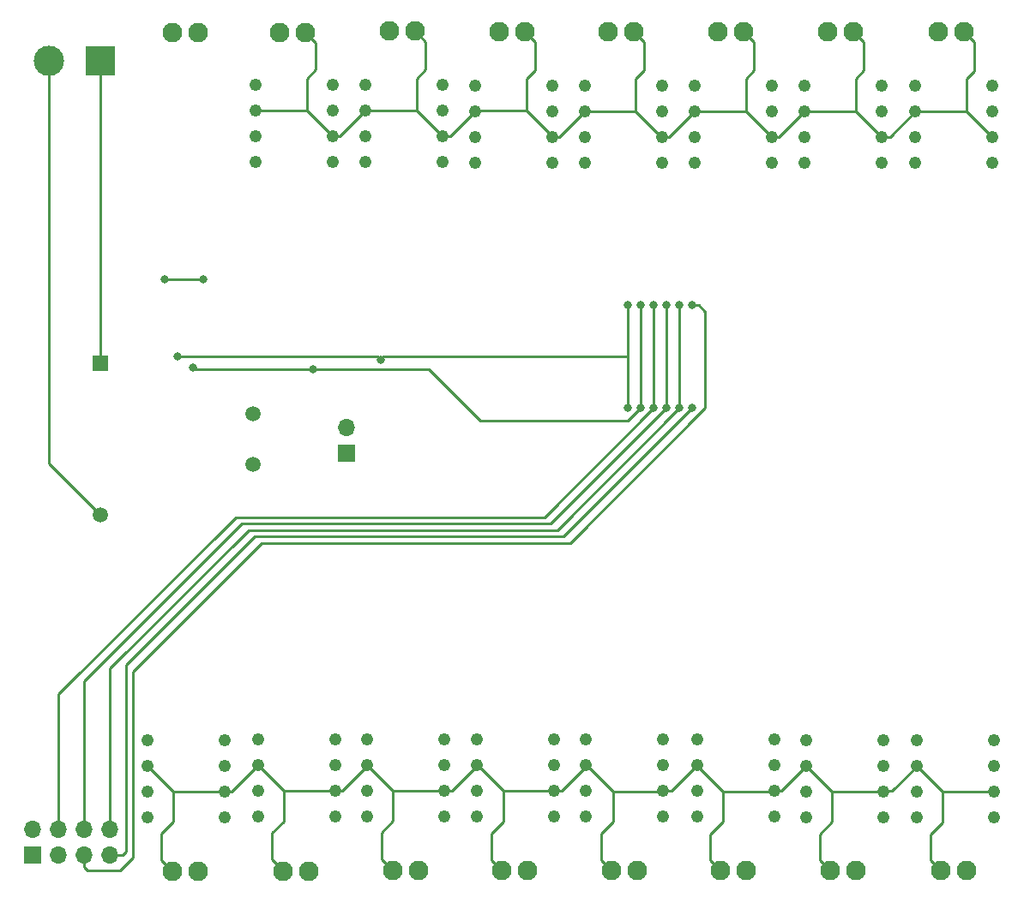
<source format=gbr>
%TF.GenerationSoftware,KiCad,Pcbnew,(6.0.0-0)*%
%TF.CreationDate,2023-01-03T08:47:46+01:00*%
%TF.ProjectId,epanel-energy-monitor,6570616e-656c-42d6-956e-657267792d6d,rev?*%
%TF.SameCoordinates,Original*%
%TF.FileFunction,Copper,L2,Bot*%
%TF.FilePolarity,Positive*%
%FSLAX46Y46*%
G04 Gerber Fmt 4.6, Leading zero omitted, Abs format (unit mm)*
G04 Created by KiCad (PCBNEW (6.0.0-0)) date 2023-01-03 08:47:46*
%MOMM*%
%LPD*%
G01*
G04 APERTURE LIST*
%TA.AperFunction,ComponentPad*%
%ADD10C,1.217000*%
%TD*%
%TA.AperFunction,ComponentPad*%
%ADD11C,1.950000*%
%TD*%
%TA.AperFunction,ComponentPad*%
%ADD12R,1.700000X1.700000*%
%TD*%
%TA.AperFunction,ComponentPad*%
%ADD13O,1.700000X1.700000*%
%TD*%
%TA.AperFunction,ComponentPad*%
%ADD14R,3.000000X3.000000*%
%TD*%
%TA.AperFunction,ComponentPad*%
%ADD15C,3.000000*%
%TD*%
%TA.AperFunction,ComponentPad*%
%ADD16R,1.500000X1.500000*%
%TD*%
%TA.AperFunction,ComponentPad*%
%ADD17C,1.500000*%
%TD*%
%TA.AperFunction,ViaPad*%
%ADD18C,0.800000*%
%TD*%
%TA.AperFunction,Conductor*%
%ADD19C,0.250000*%
%TD*%
G04 APERTURE END LIST*
D10*
%TO.P,S2,1,pos_1*%
%TO.N,Net-(R18-Pad2)*%
X137876000Y-40481400D03*
%TO.P,S2,2,Common*%
%TO.N,/CT Sensor 1/ZERO*%
X137876000Y-43021400D03*
%TO.P,S2,3,pos_2*%
%TO.N,Net-(R19-Pad2)*%
X137876000Y-45561400D03*
%TO.P,S2,4,pos_3*%
%TO.N,Net-(R20-Pad2)*%
X137876000Y-48101400D03*
%TO.P,S2,5,pos_4*%
%TO.N,Net-(R21-Pad2)*%
X145496000Y-40481400D03*
%TO.P,S2,6,pos_5*%
%TO.N,Net-(R22-Pad2)*%
X145496000Y-43021400D03*
%TO.P,S2,7,Common*%
%TO.N,/CT Sensor 1/ZERO*%
X145496000Y-45561400D03*
%TO.P,S2,8,8_NC*%
%TO.N,unconnected-(S2-Pad8)*%
X145496000Y-48101400D03*
%TD*%
%TO.P,S11,1,pos_1*%
%TO.N,Net-(R72-Pad2)*%
X148863000Y-105181400D03*
%TO.P,S11,2,Common*%
%TO.N,/CT Sensor 1/ZERO*%
X148863000Y-107721400D03*
%TO.P,S11,3,pos_2*%
%TO.N,Net-(R73-Pad2)*%
X148863000Y-110261400D03*
%TO.P,S11,4,pos_3*%
%TO.N,Net-(R74-Pad2)*%
X148863000Y-112801400D03*
%TO.P,S11,5,pos_4*%
%TO.N,Net-(R75-Pad2)*%
X156483000Y-105181400D03*
%TO.P,S11,6,pos_5*%
%TO.N,Net-(R76-Pad2)*%
X156483000Y-107721400D03*
%TO.P,S11,7,Common*%
%TO.N,/CT Sensor 1/ZERO*%
X156483000Y-110261400D03*
%TO.P,S11,8,8_NC*%
%TO.N,unconnected-(S11-Pad8)*%
X156483000Y-112801400D03*
%TD*%
D11*
%TO.P,J19,1,Pin_1*%
%TO.N,Net-(J19-Pad1)*%
X197231000Y-118084600D03*
%TO.P,J19,2,Pin_2*%
%TO.N,/CT Sensor 1/ZERO*%
X194691000Y-118084600D03*
%TD*%
%TO.P,J5,1,Pin_1*%
%TO.N,Net-(J5-Pad1)*%
X129438400Y-35257600D03*
%TO.P,J5,2,Pin_2*%
%TO.N,/CT Sensor 1/ZERO*%
X131978400Y-35257600D03*
%TD*%
D10*
%TO.P,S3,1,pos_1*%
%TO.N,Net-(R24-Pad2)*%
X148747200Y-40506800D03*
%TO.P,S3,2,Common*%
%TO.N,/CT Sensor 1/ZERO*%
X148747200Y-43046800D03*
%TO.P,S3,3,pos_2*%
%TO.N,Net-(R25-Pad2)*%
X148747200Y-45586800D03*
%TO.P,S3,4,pos_3*%
%TO.N,Net-(R26-Pad2)*%
X148747200Y-48126800D03*
%TO.P,S3,5,pos_4*%
%TO.N,Net-(R27-Pad2)*%
X156367200Y-40506800D03*
%TO.P,S3,6,pos_5*%
%TO.N,Net-(R28-Pad2)*%
X156367200Y-43046800D03*
%TO.P,S3,7,Common*%
%TO.N,/CT Sensor 1/ZERO*%
X156367200Y-45586800D03*
%TO.P,S3,8,8_NC*%
%TO.N,unconnected-(S3-Pad8)*%
X156367200Y-48126800D03*
%TD*%
%TO.P,S5,1,pos_1*%
%TO.N,Net-(R36-Pad2)*%
X170388000Y-40506800D03*
%TO.P,S5,2,Common*%
%TO.N,/CT Sensor 1/ZERO*%
X170388000Y-43046800D03*
%TO.P,S5,3,pos_2*%
%TO.N,Net-(R37-Pad2)*%
X170388000Y-45586800D03*
%TO.P,S5,4,pos_3*%
%TO.N,Net-(R38-Pad2)*%
X170388000Y-48126800D03*
%TO.P,S5,5,pos_4*%
%TO.N,Net-(R39-Pad2)*%
X178008000Y-40506800D03*
%TO.P,S5,6,pos_5*%
%TO.N,Net-(R40-Pad2)*%
X178008000Y-43046800D03*
%TO.P,S5,7,Common*%
%TO.N,/CT Sensor 1/ZERO*%
X178008000Y-45586800D03*
%TO.P,S5,8,8_NC*%
%TO.N,unconnected-(S5-Pad8)*%
X178008000Y-48126800D03*
%TD*%
D11*
%TO.P,J2,1,Pin_1*%
%TO.N,Net-(J2-Pad1)*%
X118872000Y-35308400D03*
%TO.P,J2,2,Pin_2*%
%TO.N,Net-(J2-Pad2)*%
X121412000Y-35308400D03*
%TD*%
%TO.P,J13,1,Pin_1*%
%TO.N,Net-(J13-Pad1)*%
X132334000Y-118169600D03*
%TO.P,J13,2,Pin_2*%
%TO.N,/CT Sensor 1/ZERO*%
X129794000Y-118169600D03*
%TD*%
D10*
%TO.P,S8,1,pos_1*%
%TO.N,Net-(R54-Pad2)*%
X116351000Y-105198000D03*
%TO.P,S8,2,Common*%
%TO.N,/CT Sensor 1/ZERO*%
X116351000Y-107738000D03*
%TO.P,S8,3,pos_2*%
%TO.N,Net-(R55-Pad2)*%
X116351000Y-110278000D03*
%TO.P,S8,4,pos_3*%
%TO.N,Net-(R56-Pad2)*%
X116351000Y-112818000D03*
%TO.P,S8,5,pos_4*%
%TO.N,Net-(R57-Pad2)*%
X123971000Y-105198000D03*
%TO.P,S8,6,pos_5*%
%TO.N,Net-(R58-Pad2)*%
X123971000Y-107738000D03*
%TO.P,S8,7,Common*%
%TO.N,/CT Sensor 1/ZERO*%
X123971000Y-110278000D03*
%TO.P,S8,8,8_NC*%
%TO.N,unconnected-(S8-Pad8)*%
X123971000Y-112818000D03*
%TD*%
%TO.P,S4,1,pos_1*%
%TO.N,Net-(R30-Pad2)*%
X159567600Y-40506800D03*
%TO.P,S4,2,Common*%
%TO.N,/CT Sensor 1/ZERO*%
X159567600Y-43046800D03*
%TO.P,S4,3,pos_2*%
%TO.N,Net-(R31-Pad2)*%
X159567600Y-45586800D03*
%TO.P,S4,4,pos_3*%
%TO.N,Net-(R32-Pad2)*%
X159567600Y-48126800D03*
%TO.P,S4,5,pos_4*%
%TO.N,Net-(R33-Pad2)*%
X167187600Y-40506800D03*
%TO.P,S4,6,pos_5*%
%TO.N,Net-(R34-Pad2)*%
X167187600Y-43046800D03*
%TO.P,S4,7,Common*%
%TO.N,/CT Sensor 1/ZERO*%
X167187600Y-45586800D03*
%TO.P,S4,8,8_NC*%
%TO.N,unconnected-(S4-Pad8)*%
X167187600Y-48126800D03*
%TD*%
%TO.P,S9,1,pos_1*%
%TO.N,Net-(R60-Pad2)*%
X127298400Y-105156000D03*
%TO.P,S9,2,Common*%
%TO.N,/CT Sensor 1/ZERO*%
X127298400Y-107696000D03*
%TO.P,S9,3,pos_2*%
%TO.N,Net-(R61-Pad2)*%
X127298400Y-110236000D03*
%TO.P,S9,4,pos_3*%
%TO.N,Net-(R62-Pad2)*%
X127298400Y-112776000D03*
%TO.P,S9,5,pos_4*%
%TO.N,Net-(R63-Pad2)*%
X134918400Y-105156000D03*
%TO.P,S9,6,pos_5*%
%TO.N,Net-(R64-Pad2)*%
X134918400Y-107696000D03*
%TO.P,S9,7,Common*%
%TO.N,/CT Sensor 1/ZERO*%
X134918400Y-110236000D03*
%TO.P,S9,8,8_NC*%
%TO.N,unconnected-(S9-Pad8)*%
X134918400Y-112776000D03*
%TD*%
D11*
%TO.P,J11,1,Pin_1*%
%TO.N,Net-(J11-Pad1)*%
X194462400Y-35229800D03*
%TO.P,J11,2,Pin_2*%
%TO.N,/CT Sensor 1/ZERO*%
X197002400Y-35229800D03*
%TD*%
%TO.P,J6,1,Pin_1*%
%TO.N,Net-(J6-Pad1)*%
X140258800Y-35156000D03*
%TO.P,J6,2,Pin_2*%
%TO.N,/CT Sensor 1/ZERO*%
X142798800Y-35156000D03*
%TD*%
%TO.P,J17,1,Pin_1*%
%TO.N,Net-(J17-Pad1)*%
X175514000Y-118084600D03*
%TO.P,J17,2,Pin_2*%
%TO.N,/CT Sensor 1/ZERO*%
X172974000Y-118084600D03*
%TD*%
D10*
%TO.P,S1,1,pos_1*%
%TO.N,Net-(R12-Pad2)*%
X127055600Y-40481400D03*
%TO.P,S1,2,Common*%
%TO.N,/CT Sensor 1/ZERO*%
X127055600Y-43021400D03*
%TO.P,S1,3,pos_2*%
%TO.N,Net-(R13-Pad2)*%
X127055600Y-45561400D03*
%TO.P,S1,4,pos_3*%
%TO.N,Net-(R14-Pad2)*%
X127055600Y-48101400D03*
%TO.P,S1,5,pos_4*%
%TO.N,Net-(R15-Pad2)*%
X134675600Y-40481400D03*
%TO.P,S1,6,pos_5*%
%TO.N,Net-(R16-Pad2)*%
X134675600Y-43021400D03*
%TO.P,S1,7,Common*%
%TO.N,/CT Sensor 1/ZERO*%
X134675600Y-45561400D03*
%TO.P,S1,8,8_NC*%
%TO.N,unconnected-(S1-Pad8)*%
X134675600Y-48101400D03*
%TD*%
%TO.P,S14,1,pos_1*%
%TO.N,Net-(R90-Pad2)*%
X181400400Y-105257600D03*
%TO.P,S14,2,Common*%
%TO.N,/CT Sensor 1/ZERO*%
X181400400Y-107797600D03*
%TO.P,S14,3,pos_2*%
%TO.N,Net-(R91-Pad2)*%
X181400400Y-110337600D03*
%TO.P,S14,4,pos_3*%
%TO.N,Net-(R92-Pad2)*%
X181400400Y-112877600D03*
%TO.P,S14,5,pos_4*%
%TO.N,Net-(R93-Pad2)*%
X189020400Y-105257600D03*
%TO.P,S14,6,pos_5*%
%TO.N,Net-(R94-Pad2)*%
X189020400Y-107797600D03*
%TO.P,S14,7,Common*%
%TO.N,/CT Sensor 1/ZERO*%
X189020400Y-110337600D03*
%TO.P,S14,8,8_NC*%
%TO.N,unconnected-(S14-Pad8)*%
X189020400Y-112877600D03*
%TD*%
D12*
%TO.P,J1,1,Pin_1*%
%TO.N,+3V3*%
X105079800Y-116535200D03*
D13*
%TO.P,J1,2,Pin_2*%
%TO.N,GND*%
X105079800Y-113995200D03*
%TO.P,J1,3,Pin_3*%
%TO.N,/TIC*%
X107619800Y-116535200D03*
%TO.P,J1,4,Pin_4*%
%TO.N,/SCLK*%
X107619800Y-113995200D03*
%TO.P,J1,5,Pin_5*%
%TO.N,/CS1*%
X110159800Y-116535200D03*
%TO.P,J1,6,Pin_6*%
%TO.N,/MISO*%
X110159800Y-113995200D03*
%TO.P,J1,7,Pin_7*%
%TO.N,/CS2*%
X112699800Y-116535200D03*
%TO.P,J1,8,Pin_8*%
%TO.N,/MOSI*%
X112699800Y-113995200D03*
%TD*%
D10*
%TO.P,S12,1,pos_1*%
%TO.N,Net-(R78-Pad2)*%
X159658000Y-105156000D03*
%TO.P,S12,2,Common*%
%TO.N,/CT Sensor 1/ZERO*%
X159658000Y-107696000D03*
%TO.P,S12,3,pos_2*%
%TO.N,Net-(R79-Pad2)*%
X159658000Y-110236000D03*
%TO.P,S12,4,pos_3*%
%TO.N,Net-(R80-Pad2)*%
X159658000Y-112776000D03*
%TO.P,S12,5,pos_4*%
%TO.N,Net-(R81-Pad2)*%
X167278000Y-105156000D03*
%TO.P,S12,6,pos_5*%
%TO.N,Net-(R82-Pad2)*%
X167278000Y-107696000D03*
%TO.P,S12,7,Common*%
%TO.N,/CT Sensor 1/ZERO*%
X167278000Y-110236000D03*
%TO.P,S12,8,8_NC*%
%TO.N,unconnected-(S12-Pad8)*%
X167278000Y-112776000D03*
%TD*%
%TO.P,S15,1,pos_1*%
%TO.N,Net-(R96-Pad2)*%
X192322400Y-105232200D03*
%TO.P,S15,2,Common*%
%TO.N,/CT Sensor 1/ZERO*%
X192322400Y-107772200D03*
%TO.P,S15,3,pos_2*%
%TO.N,Net-(R97-Pad2)*%
X192322400Y-110312200D03*
%TO.P,S15,4,pos_3*%
%TO.N,Net-(R98-Pad2)*%
X192322400Y-112852200D03*
%TO.P,S15,5,pos_4*%
%TO.N,Net-(R99-Pad2)*%
X199942400Y-105232200D03*
%TO.P,S15,6,pos_5*%
%TO.N,Net-(R100-Pad2)*%
X199942400Y-107772200D03*
%TO.P,S15,7,Common*%
%TO.N,/CT Sensor 1/ZERO*%
X199942400Y-110312200D03*
%TO.P,S15,8,8_NC*%
%TO.N,unconnected-(S15-Pad8)*%
X199942400Y-112852200D03*
%TD*%
D11*
%TO.P,J7,1,Pin_1*%
%TO.N,Net-(J7-Pad1)*%
X151079200Y-35229800D03*
%TO.P,J7,2,Pin_2*%
%TO.N,/CT Sensor 1/ZERO*%
X153619200Y-35229800D03*
%TD*%
%TO.P,J14,1,Pin_1*%
%TO.N,Net-(J14-Pad1)*%
X143129000Y-118084600D03*
%TO.P,J14,2,Pin_2*%
%TO.N,/CT Sensor 1/ZERO*%
X140589000Y-118084600D03*
%TD*%
D12*
%TO.P,J3,1,Pin_1*%
%TO.N,Net-(J3-Pad1)*%
X135987500Y-76835000D03*
D13*
%TO.P,J3,2,Pin_2*%
%TO.N,/CT Sensor 1/ZERO*%
X135987500Y-74295000D03*
%TD*%
D14*
%TO.P,J4,1,Pin_1*%
%TO.N,Net-(J4-Pad1)*%
X111760000Y-38100000D03*
D15*
%TO.P,J4,2,Pin_2*%
%TO.N,Net-(J4-Pad2)*%
X106680000Y-38100000D03*
%TD*%
D11*
%TO.P,J15,1,Pin_1*%
%TO.N,Net-(J15-Pad1)*%
X153924000Y-118084600D03*
%TO.P,J15,2,Pin_2*%
%TO.N,/CT Sensor 1/ZERO*%
X151384000Y-118084600D03*
%TD*%
%TO.P,J12,1,Pin_1*%
%TO.N,Net-(J12-Pad1)*%
X121386600Y-118211600D03*
%TO.P,J12,2,Pin_2*%
%TO.N,/CT Sensor 1/ZERO*%
X118846600Y-118211600D03*
%TD*%
%TO.P,J16,1,Pin_1*%
%TO.N,Net-(J16-Pad1)*%
X164719000Y-118084600D03*
%TO.P,J16,2,Pin_2*%
%TO.N,/CT Sensor 1/ZERO*%
X162179000Y-118084600D03*
%TD*%
D10*
%TO.P,S13,1,pos_1*%
%TO.N,Net-(R84-Pad2)*%
X170630800Y-105181400D03*
%TO.P,S13,2,Common*%
%TO.N,/CT Sensor 1/ZERO*%
X170630800Y-107721400D03*
%TO.P,S13,3,pos_2*%
%TO.N,Net-(R85-Pad2)*%
X170630800Y-110261400D03*
%TO.P,S13,4,pos_3*%
%TO.N,Net-(R86-Pad2)*%
X170630800Y-112801400D03*
%TO.P,S13,5,pos_4*%
%TO.N,Net-(R87-Pad2)*%
X178250800Y-105181400D03*
%TO.P,S13,6,pos_5*%
%TO.N,Net-(R88-Pad2)*%
X178250800Y-107721400D03*
%TO.P,S13,7,Common*%
%TO.N,/CT Sensor 1/ZERO*%
X178250800Y-110261400D03*
%TO.P,S13,8,8_NC*%
%TO.N,unconnected-(S13-Pad8)*%
X178250800Y-112801400D03*
%TD*%
%TO.P,S7,1,pos_1*%
%TO.N,Net-(R48-Pad2)*%
X192155800Y-40557600D03*
%TO.P,S7,2,Common*%
%TO.N,/CT Sensor 1/ZERO*%
X192155800Y-43097600D03*
%TO.P,S7,3,pos_2*%
%TO.N,Net-(R49-Pad2)*%
X192155800Y-45637600D03*
%TO.P,S7,4,pos_3*%
%TO.N,Net-(R50-Pad2)*%
X192155800Y-48177600D03*
%TO.P,S7,5,pos_4*%
%TO.N,Net-(R51-Pad2)*%
X199775800Y-40557600D03*
%TO.P,S7,6,pos_5*%
%TO.N,Net-(R52-Pad2)*%
X199775800Y-43097600D03*
%TO.P,S7,7,Common*%
%TO.N,/CT Sensor 1/ZERO*%
X199775800Y-45637600D03*
%TO.P,S7,8,8_NC*%
%TO.N,unconnected-(S7-Pad8)*%
X199775800Y-48177600D03*
%TD*%
%TO.P,S6,1,pos_1*%
%TO.N,Net-(R42-Pad2)*%
X181208400Y-40506800D03*
%TO.P,S6,2,Common*%
%TO.N,/CT Sensor 1/ZERO*%
X181208400Y-43046800D03*
%TO.P,S6,3,pos_2*%
%TO.N,Net-(R43-Pad2)*%
X181208400Y-45586800D03*
%TO.P,S6,4,pos_3*%
%TO.N,Net-(R44-Pad2)*%
X181208400Y-48126800D03*
%TO.P,S6,5,pos_4*%
%TO.N,Net-(R45-Pad2)*%
X188828400Y-40506800D03*
%TO.P,S6,6,pos_5*%
%TO.N,Net-(R46-Pad2)*%
X188828400Y-43046800D03*
%TO.P,S6,7,Common*%
%TO.N,/CT Sensor 1/ZERO*%
X188828400Y-45586800D03*
%TO.P,S6,8,8_NC*%
%TO.N,unconnected-(S6-Pad8)*%
X188828400Y-48126800D03*
%TD*%
D11*
%TO.P,J18,1,Pin_1*%
%TO.N,Net-(J18-Pad1)*%
X186309000Y-118084600D03*
%TO.P,J18,2,Pin_2*%
%TO.N,/CT Sensor 1/ZERO*%
X183769000Y-118084600D03*
%TD*%
%TO.P,J9,1,Pin_1*%
%TO.N,Net-(J9-Pad1)*%
X172720000Y-35229800D03*
%TO.P,J9,2,Pin_2*%
%TO.N,/CT Sensor 1/ZERO*%
X175260000Y-35229800D03*
%TD*%
%TO.P,J8,1,Pin_1*%
%TO.N,Net-(J8-Pad1)*%
X161848800Y-35229800D03*
%TO.P,J8,2,Pin_2*%
%TO.N,/CT Sensor 1/ZERO*%
X164388800Y-35229800D03*
%TD*%
D16*
%TO.P,T1,1,AA*%
%TO.N,Net-(J4-Pad1)*%
X111760000Y-67945000D03*
D17*
%TO.P,T1,2,AB*%
%TO.N,Net-(J4-Pad2)*%
X111760000Y-82945000D03*
%TO.P,T1,3,SA*%
%TO.N,/CT Sensor 1/ZERO*%
X126760000Y-72945000D03*
%TO.P,T1,4,SB*%
%TO.N,Net-(J3-Pad1)*%
X126760000Y-77945000D03*
%TD*%
D10*
%TO.P,S10,1,pos_1*%
%TO.N,Net-(R66-Pad2)*%
X138068000Y-105156000D03*
%TO.P,S10,2,Common*%
%TO.N,/CT Sensor 1/ZERO*%
X138068000Y-107696000D03*
%TO.P,S10,3,pos_2*%
%TO.N,Net-(R67-Pad2)*%
X138068000Y-110236000D03*
%TO.P,S10,4,pos_3*%
%TO.N,Net-(R68-Pad2)*%
X138068000Y-112776000D03*
%TO.P,S10,5,pos_4*%
%TO.N,Net-(R69-Pad2)*%
X145688000Y-105156000D03*
%TO.P,S10,6,pos_5*%
%TO.N,Net-(R70-Pad2)*%
X145688000Y-107696000D03*
%TO.P,S10,7,Common*%
%TO.N,/CT Sensor 1/ZERO*%
X145688000Y-110236000D03*
%TO.P,S10,8,8_NC*%
%TO.N,unconnected-(S10-Pad8)*%
X145688000Y-112776000D03*
%TD*%
D11*
%TO.P,J10,1,Pin_1*%
%TO.N,Net-(J10-Pad1)*%
X183540400Y-35229800D03*
%TO.P,J10,2,Pin_2*%
%TO.N,/CT Sensor 1/ZERO*%
X186080400Y-35229800D03*
%TD*%
D18*
%TO.N,GND*%
X120840000Y-68390000D03*
X165100000Y-72390000D03*
X132715000Y-68580000D03*
X165100000Y-62230000D03*
%TO.N,+3V3*%
X119380000Y-67310000D03*
X139380000Y-67630000D03*
X163830000Y-72390000D03*
X163830000Y-62230000D03*
%TO.N,/TIC*%
X118110000Y-59690000D03*
X121920000Y-59690000D03*
%TO.N,/SCLK*%
X166370000Y-62230000D03*
X166370000Y-72390000D03*
%TO.N,/CS1*%
X170180000Y-62230000D03*
%TO.N,/MISO*%
X167640000Y-62230000D03*
X167640000Y-72390000D03*
%TO.N,/CS2*%
X170180000Y-72390000D03*
%TO.N,/MOSI*%
X168910000Y-62230000D03*
X168910000Y-72390000D03*
%TD*%
D19*
%TO.N,GND*%
X121030000Y-68580000D02*
X120840000Y-68390000D01*
X144145000Y-68580000D02*
X132715000Y-68580000D01*
X163830000Y-73660000D02*
X149225000Y-73660000D01*
X165100000Y-72390000D02*
X163830000Y-73660000D01*
X132715000Y-68580000D02*
X121030000Y-68580000D01*
X165100000Y-62230000D02*
X165100000Y-72390000D01*
X149225000Y-73660000D02*
X144145000Y-68580000D01*
%TO.N,+3V3*%
X163830000Y-62230000D02*
X163830000Y-67310000D01*
X163830000Y-67310000D02*
X139700000Y-67310000D01*
X163830000Y-67310000D02*
X163830000Y-72390000D01*
X119380000Y-67310000D02*
X139060000Y-67310000D01*
X139380000Y-67630000D02*
X139060000Y-67310000D01*
X139700000Y-67310000D02*
X139380000Y-67630000D01*
%TO.N,/TIC*%
X118110000Y-59690000D02*
X121920000Y-59690000D01*
%TO.N,/SCLK*%
X166370000Y-62230000D02*
X166370000Y-72390000D01*
X166370000Y-72390000D02*
X155575000Y-83185000D01*
X155575000Y-83185000D02*
X125095000Y-83185000D01*
X125095000Y-83185000D02*
X107619800Y-100660200D01*
X107619800Y-100660200D02*
X107619800Y-113995200D01*
%TO.N,/CS1*%
X170815000Y-62230000D02*
X170180000Y-62230000D01*
X113665000Y-118110000D02*
X114935000Y-116840000D01*
X114935000Y-98425000D02*
X127635000Y-85725000D01*
X158115000Y-85725000D02*
X171450000Y-72390000D01*
X171450000Y-72390000D02*
X171450000Y-62865000D01*
X114935000Y-116840000D02*
X114935000Y-98425000D01*
X110159800Y-117779800D02*
X110490000Y-118110000D01*
X171450000Y-62865000D02*
X170815000Y-62230000D01*
X110159800Y-116535200D02*
X110159800Y-117779800D01*
X110490000Y-118110000D02*
X113665000Y-118110000D01*
X127635000Y-85725000D02*
X158115000Y-85725000D01*
%TO.N,/MISO*%
X167640000Y-62230000D02*
X167640000Y-72390000D01*
X125730000Y-83820000D02*
X110159800Y-99390200D01*
X167640000Y-72390000D02*
X156210000Y-83820000D01*
X156210000Y-83820000D02*
X125730000Y-83820000D01*
X110159800Y-99390200D02*
X110159800Y-113995200D01*
%TO.N,/CS2*%
X127000000Y-85090000D02*
X157480000Y-85090000D01*
X112699800Y-116535200D02*
X113969800Y-116535200D01*
X114300000Y-97790000D02*
X127000000Y-85090000D01*
X113969800Y-116535200D02*
X114300000Y-116205000D01*
X157480000Y-85090000D02*
X170180000Y-72390000D01*
X114300000Y-116205000D02*
X114300000Y-97790000D01*
%TO.N,/MOSI*%
X126365000Y-84455000D02*
X112699800Y-98120200D01*
X168910000Y-72390000D02*
X156845000Y-84455000D01*
X168910000Y-62230000D02*
X168910000Y-72390000D01*
X156845000Y-84455000D02*
X126365000Y-84455000D01*
X112699800Y-98120200D02*
X112699800Y-113995200D01*
%TO.N,Net-(J4-Pad2)*%
X106680000Y-38100000D02*
X106680000Y-77865000D01*
X106680000Y-77865000D02*
X111760000Y-82945000D01*
%TO.N,Net-(J4-Pad1)*%
X111760000Y-38100000D02*
X111760000Y-67945000D01*
%TO.N,/CT Sensor 1/ZERO*%
X181451200Y-107721400D02*
X178911200Y-110261400D01*
X178279280Y-110287980D02*
X173199280Y-110287980D01*
X129866880Y-113240780D02*
X129866880Y-110237180D01*
X131978400Y-35257600D02*
X133002921Y-36282121D01*
X157270400Y-110261400D02*
X156610000Y-110261400D01*
X139465959Y-114360501D02*
X140636480Y-113189980D01*
X123974080Y-110287980D02*
X118894080Y-110287980D01*
X150359479Y-114435521D02*
X151530000Y-113265000D01*
X153619200Y-35229800D02*
X154643721Y-36254321D01*
X150359479Y-117060079D02*
X150359479Y-114435521D01*
X153822400Y-43027600D02*
X156362400Y-45567600D01*
X164388800Y-35229800D02*
X165413321Y-36254321D01*
X156610000Y-110261400D02*
X151530000Y-110261400D01*
X129866880Y-110237180D02*
X127326880Y-107697180D01*
X127050800Y-43027600D02*
X132130800Y-43027600D01*
X151384000Y-118084600D02*
X150359479Y-117060079D01*
X118894080Y-113291580D02*
X118894080Y-110287980D01*
X198026921Y-36254321D02*
X198026921Y-39107479D01*
X135578800Y-110236000D02*
X134918400Y-110236000D01*
X192155800Y-43097600D02*
X189666600Y-45586800D01*
X117723559Y-117086659D02*
X117723559Y-114462101D01*
X116351000Y-107738000D02*
X118894080Y-110281080D01*
X128696359Y-117035859D02*
X128696359Y-114411301D01*
X187104921Y-36254321D02*
X187104921Y-39058079D01*
X165413321Y-36254321D02*
X165413321Y-39058079D01*
X118748080Y-118111180D02*
X117723559Y-117086659D01*
X173199280Y-113291580D02*
X171949479Y-114541381D01*
X145716480Y-110186380D02*
X140636480Y-110186380D01*
X162328080Y-113291580D02*
X161154479Y-114465181D01*
X162328080Y-110287980D02*
X159788080Y-107747980D01*
X140636480Y-110186380D02*
X138096480Y-107646380D01*
X171949479Y-114541381D02*
X171949479Y-117060079D01*
X186080400Y-35229800D02*
X187104921Y-36254321D01*
X170383200Y-43078400D02*
X175463200Y-43078400D01*
X159567600Y-43046800D02*
X157027600Y-45586800D01*
X192398600Y-107772200D02*
X189909400Y-110261400D01*
X129720880Y-118060380D02*
X128696359Y-117035859D01*
X153822400Y-39828600D02*
X153822400Y-43027600D01*
X137876000Y-43021400D02*
X135336000Y-45561400D01*
X161154479Y-114465181D02*
X161154479Y-117060079D01*
X138118800Y-107696000D02*
X135578800Y-110236000D01*
X133002921Y-38956479D02*
X132130800Y-39828600D01*
X197002400Y-35229800D02*
X198026921Y-36254321D01*
X182744479Y-117060079D02*
X183769000Y-118084600D01*
X154643721Y-36254321D02*
X154643721Y-39007279D01*
X183968880Y-113291580D02*
X183968880Y-110287980D01*
X183968880Y-113291580D02*
X182744479Y-114515981D01*
X198026921Y-39107479D02*
X197235800Y-39898600D01*
X178668400Y-45586800D02*
X178008000Y-45586800D01*
X197235800Y-43097600D02*
X199775800Y-45637600D01*
X164592000Y-39879400D02*
X164592000Y-43078400D01*
X143823321Y-36180521D02*
X143823321Y-38956479D01*
X186283600Y-43078400D02*
X188823600Y-45618400D01*
X118894080Y-110281080D02*
X118894080Y-110287980D01*
X142951200Y-39828600D02*
X142951200Y-43027600D01*
X189666600Y-45586800D02*
X188828400Y-45586800D01*
X167408080Y-110287980D02*
X162328080Y-110287980D01*
X142951200Y-43027600D02*
X145491200Y-45567600D01*
X192155800Y-43097600D02*
X197235800Y-43097600D01*
X193666479Y-114566781D02*
X193666479Y-117060079D01*
X181208400Y-43046800D02*
X178668400Y-45586800D01*
X162328080Y-113291580D02*
X162328080Y-110287980D01*
X148747200Y-43046800D02*
X146232600Y-45561400D01*
X151530000Y-113265000D02*
X151530000Y-110261400D01*
X189048880Y-110287980D02*
X183968880Y-110287980D01*
X128696359Y-114411301D02*
X129866880Y-113240780D01*
X170388000Y-43046800D02*
X167848000Y-45586800D01*
X194890880Y-113342380D02*
X194890880Y-110338780D01*
X171949479Y-117060079D02*
X172974000Y-118084600D01*
X199970880Y-110338780D02*
X194890880Y-110338780D01*
X151530000Y-110261400D02*
X148990000Y-107721400D01*
X132130800Y-43027600D02*
X134670800Y-45567600D01*
X175260000Y-35229800D02*
X176284521Y-36254321D01*
X178911200Y-110261400D02*
X178250800Y-110261400D01*
X165413321Y-39058079D02*
X164592000Y-39879400D01*
X135336000Y-45561400D02*
X134675600Y-45561400D01*
X189909400Y-110261400D02*
X189071200Y-110261400D01*
X194890880Y-113342380D02*
X193666479Y-114566781D01*
X127298400Y-107696000D02*
X124716400Y-110278000D01*
X176284521Y-39058079D02*
X175463200Y-39879400D01*
X187104921Y-39058079D02*
X186283600Y-39879400D01*
X183968880Y-110287980D02*
X181428880Y-107747980D01*
X182744479Y-114515981D02*
X182744479Y-117060079D01*
X168090800Y-110261400D02*
X167430400Y-110261400D01*
X146232600Y-45561400D02*
X145496000Y-45561400D01*
X140636480Y-113189980D02*
X140636480Y-110186380D01*
X133002921Y-36282121D02*
X133002921Y-38956479D01*
X132130800Y-39828600D02*
X132130800Y-43027600D01*
X117723559Y-114462101D02*
X118894080Y-113291580D01*
X137871200Y-43027600D02*
X142951200Y-43027600D01*
X175463200Y-43078400D02*
X178003200Y-45618400D01*
X143823321Y-38956479D02*
X142951200Y-39828600D01*
X159512000Y-43078400D02*
X164592000Y-43078400D01*
X173199280Y-110287980D02*
X170659280Y-107747980D01*
X146475400Y-110236000D02*
X145738800Y-110236000D01*
X157027600Y-45586800D02*
X156367200Y-45586800D01*
X170630800Y-107721400D02*
X168090800Y-110261400D01*
X181203600Y-43078400D02*
X186283600Y-43078400D01*
X154643721Y-39007279D02*
X153822400Y-39828600D01*
X161154479Y-117060079D02*
X162179000Y-118084600D01*
X140490480Y-118009580D02*
X139465959Y-116985059D01*
X176284521Y-36254321D02*
X176284521Y-39058079D01*
X159810400Y-107721400D02*
X157270400Y-110261400D01*
X139465959Y-116985059D02*
X139465959Y-114360501D01*
X167848000Y-45586800D02*
X167187600Y-45586800D01*
X148990000Y-107721400D02*
X146475400Y-110236000D01*
X186283600Y-39879400D02*
X186283600Y-43078400D01*
X193666479Y-117060079D02*
X194691000Y-118084600D01*
X142798800Y-35156000D02*
X143823321Y-36180521D01*
X148742400Y-43027600D02*
X153822400Y-43027600D01*
X173199280Y-113291580D02*
X173199280Y-110287980D01*
X164592000Y-43078400D02*
X167132000Y-45618400D01*
X124716400Y-110278000D02*
X123971000Y-110278000D01*
X197235800Y-39898600D02*
X197235800Y-43097600D01*
X134946880Y-110237180D02*
X129866880Y-110237180D01*
X194890880Y-110338780D02*
X192350880Y-107798780D01*
X175463200Y-39879400D02*
X175463200Y-43078400D01*
%TD*%
M02*

</source>
